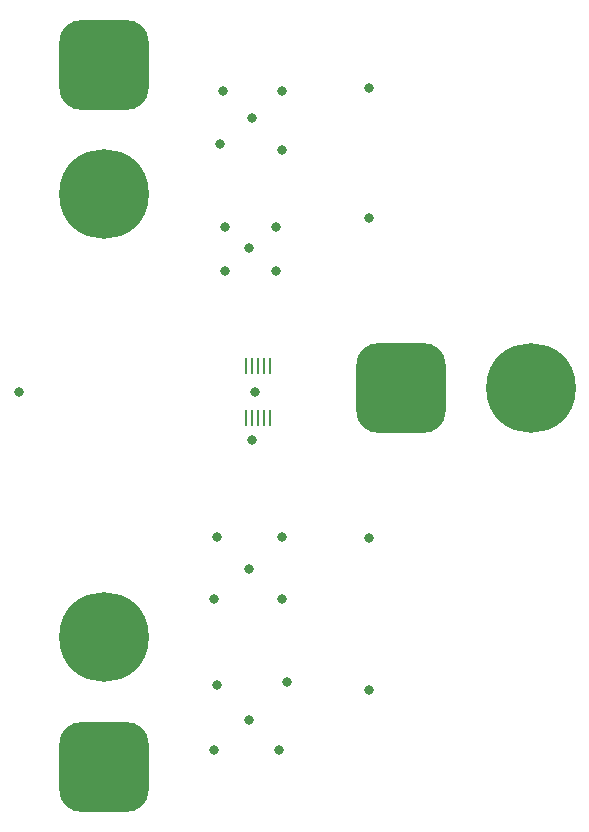
<source format=gts>
G04 #@! TF.GenerationSoftware,KiCad,Pcbnew,7.0.1*
G04 #@! TF.CreationDate,2023-04-06T11:57:38-07:00*
G04 #@! TF.ProjectId,rps01,72707330-312e-46b6-9963-61645f706362,0*
G04 #@! TF.SameCoordinates,Original*
G04 #@! TF.FileFunction,Soldermask,Top*
G04 #@! TF.FilePolarity,Negative*
%FSLAX46Y46*%
G04 Gerber Fmt 4.6, Leading zero omitted, Abs format (unit mm)*
G04 Created by KiCad (PCBNEW 7.0.1) date 2023-04-06 11:57:38*
%MOMM*%
%LPD*%
G01*
G04 APERTURE LIST*
G04 Aperture macros list*
%AMRoundRect*
0 Rectangle with rounded corners*
0 $1 Rounding radius*
0 $2 $3 $4 $5 $6 $7 $8 $9 X,Y pos of 4 corners*
0 Add a 4 corners polygon primitive as box body*
4,1,4,$2,$3,$4,$5,$6,$7,$8,$9,$2,$3,0*
0 Add four circle primitives for the rounded corners*
1,1,$1+$1,$2,$3*
1,1,$1+$1,$4,$5*
1,1,$1+$1,$6,$7*
1,1,$1+$1,$8,$9*
0 Add four rect primitives between the rounded corners*
20,1,$1+$1,$2,$3,$4,$5,0*
20,1,$1+$1,$4,$5,$6,$7,0*
20,1,$1+$1,$6,$7,$8,$9,0*
20,1,$1+$1,$8,$9,$2,$3,0*%
G04 Aperture macros list end*
%ADD10RoundRect,1.900000X1.900000X-1.900000X1.900000X1.900000X-1.900000X1.900000X-1.900000X-1.900000X0*%
%ADD11C,7.600000*%
%ADD12R,0.279400X1.333500*%
%ADD13RoundRect,1.900000X-1.900000X1.900000X-1.900000X-1.900000X1.900000X-1.900000X1.900000X1.900000X0*%
%ADD14RoundRect,1.900000X-1.900000X-1.900000X1.900000X-1.900000X1.900000X1.900000X-1.900000X1.900000X0*%
%ADD15C,0.800000*%
G04 APERTURE END LIST*
D10*
X22750000Y-88000000D03*
D11*
X22750000Y-77000000D03*
D12*
X36750760Y-54033850D03*
X36250380Y-54033850D03*
X35750000Y-54033850D03*
X35249620Y-54033850D03*
X34749240Y-54033850D03*
X34749240Y-58466150D03*
X35249620Y-58466150D03*
X35750000Y-58466150D03*
X36250380Y-58466150D03*
X36750760Y-58466150D03*
D13*
X22750000Y-28500000D03*
D11*
X22750000Y-39500000D03*
D14*
X47840000Y-55880000D03*
D11*
X58840000Y-55880000D03*
D15*
X15500000Y-56250000D03*
X35500000Y-56250000D03*
X32750000Y-30750000D03*
X33000000Y-46000000D03*
X37750000Y-35750000D03*
X32500000Y-35250000D03*
X37750000Y-30750000D03*
X35250000Y-33000000D03*
X35000000Y-44000000D03*
X33000000Y-42250000D03*
X37250000Y-46000000D03*
X37250000Y-42250000D03*
X35250000Y-60250000D03*
X35000000Y-71250000D03*
X32250000Y-81000000D03*
X32250000Y-68500000D03*
X37750000Y-68500000D03*
X32000000Y-86500000D03*
X37750000Y-73750000D03*
X32000000Y-73750000D03*
X37500000Y-86500000D03*
X38250000Y-80750000D03*
X35000000Y-84000000D03*
X45172200Y-81460000D03*
X45172200Y-68580000D03*
X45172200Y-41460000D03*
X45172200Y-30480000D03*
M02*

</source>
